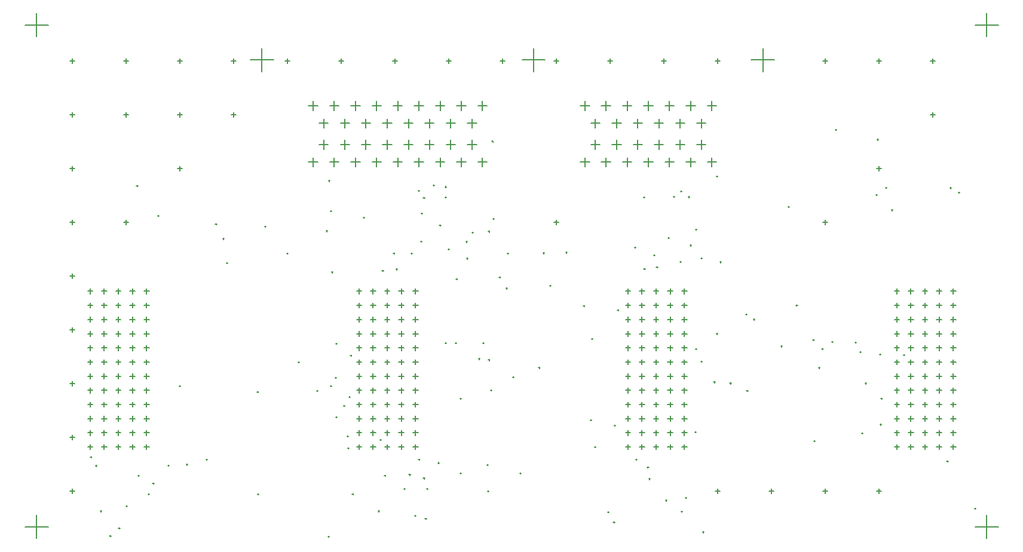
<source format=gbr>
%FSTAX23Y23*%
%MOIN*%
%SFA1B1*%

%IPPOS*%
%ADD11C,0.005000*%
%LNbackplane_drillmap_1-1*%
%LPD*%
G54D11*
X03842Y0245D02*
X03893D01*
X03868Y02424D02*
Y02475D01*
X03724Y0245D02*
X03775D01*
X0375Y02424D02*
Y02475D01*
X03606Y0245D02*
X03657D01*
X03631Y02424D02*
Y02475D01*
X03488Y0245D02*
X03539D01*
X03513Y02424D02*
Y02475D01*
X0337Y0245D02*
X03421D01*
X03395Y02424D02*
Y02475D01*
X03251Y0245D02*
X03303D01*
X03277Y02424D02*
Y02475D01*
X03133Y0245D02*
X03185D01*
X03159Y02424D02*
Y02475D01*
X03783Y02351D02*
X03834D01*
X03809Y02325D02*
Y02377D01*
X03665Y02351D02*
X03716D01*
X0369Y02325D02*
Y02377D01*
X03547Y02351D02*
X03598D01*
X03572Y02325D02*
Y02377D01*
X03429Y02351D02*
X0348D01*
X03454Y02325D02*
Y02377D01*
X03311Y02351D02*
X03362D01*
X03336Y02325D02*
Y02377D01*
X03192Y02351D02*
X03244D01*
X03218Y02325D02*
Y02377D01*
X03783Y02233D02*
X03834D01*
X03809Y02207D02*
Y02259D01*
X03665Y02233D02*
X03716D01*
X0369Y02207D02*
Y02259D01*
X03547Y02233D02*
X03598D01*
X03572Y02207D02*
Y02259D01*
X03429Y02233D02*
X0348D01*
X03454Y02207D02*
Y02259D01*
X03311Y02233D02*
X03362D01*
X03336Y02207D02*
Y02259D01*
X03192Y02233D02*
X03244D01*
X03218Y02207D02*
Y02259D01*
X03842Y02135D02*
X03893D01*
X03868Y02109D02*
Y0216D01*
X03724Y02135D02*
X03775D01*
X0375Y02109D02*
Y0216D01*
X03606Y02135D02*
X03657D01*
X03631Y02109D02*
Y0216D01*
X03488Y02135D02*
X03539D01*
X03513Y02109D02*
Y0216D01*
X0337Y02135D02*
X03421D01*
X03395Y02109D02*
Y0216D01*
X03251Y02135D02*
X03303D01*
X03277Y02109D02*
Y0216D01*
X03133Y02135D02*
X03185D01*
X03159Y02109D02*
Y0216D01*
X02562Y0245D02*
X02614D01*
X02588Y02424D02*
Y02475D01*
X02444Y0245D02*
X02496D01*
X0247Y02424D02*
Y02475D01*
X02326Y0245D02*
X02377D01*
X02352Y02424D02*
Y02475D01*
X02208Y0245D02*
X02259D01*
X02234Y02424D02*
Y02475D01*
X0209Y0245D02*
X02141D01*
X02116Y02424D02*
Y02475D01*
X01972Y0245D02*
X02023D01*
X01998Y02424D02*
Y02475D01*
X01854Y0245D02*
X01905D01*
X01879Y02424D02*
Y02475D01*
X01736Y0245D02*
X01787D01*
X01761Y02424D02*
Y02475D01*
X01618Y0245D02*
X01669D01*
X01643Y02424D02*
Y02475D01*
X02503Y02351D02*
X02555D01*
X02529Y02325D02*
Y02377D01*
X02385Y02351D02*
X02437D01*
X02411Y02325D02*
Y02377D01*
X02267Y02351D02*
X02318D01*
X02293Y02325D02*
Y02377D01*
X02149Y02351D02*
X022D01*
X02175Y02325D02*
Y02377D01*
X02031Y02351D02*
X02082D01*
X02057Y02325D02*
Y02377D01*
X01913Y02351D02*
X01964D01*
X01938Y02325D02*
Y02377D01*
X01795Y02351D02*
X01846D01*
X0182Y02325D02*
Y02377D01*
X01677Y02351D02*
X01728D01*
X01702Y02325D02*
Y02377D01*
X02503Y02233D02*
X02555D01*
X02529Y02207D02*
Y02259D01*
X02385Y02233D02*
X02437D01*
X02411Y02207D02*
Y02259D01*
X02267Y02233D02*
X02318D01*
X02293Y02207D02*
Y02259D01*
X02149Y02233D02*
X022D01*
X02175Y02207D02*
Y02259D01*
X02031Y02233D02*
X02082D01*
X02057Y02207D02*
Y02259D01*
X01913Y02233D02*
X01964D01*
X01938Y02207D02*
Y02259D01*
X01795Y02233D02*
X01846D01*
X0182Y02207D02*
Y02259D01*
X01677Y02233D02*
X01728D01*
X01702Y02207D02*
Y02259D01*
X02562Y02135D02*
X02614D01*
X02588Y02109D02*
Y0216D01*
X02444Y02135D02*
X02496D01*
X0247Y02109D02*
Y0216D01*
X02326Y02135D02*
X02377D01*
X02352Y02109D02*
Y0216D01*
X02208Y02135D02*
X02259D01*
X02234Y02109D02*
Y0216D01*
X0209Y02135D02*
X02141D01*
X02116Y02109D02*
Y0216D01*
X01972Y02135D02*
X02023D01*
X01998Y02109D02*
Y0216D01*
X01854Y02135D02*
X01905D01*
X01879Y02109D02*
Y0216D01*
X01736Y02135D02*
X01787D01*
X01761Y02109D02*
Y0216D01*
X01618Y02135D02*
X01669D01*
X01643Y02109D02*
Y0216D01*
X04088Y02705D02*
X04218D01*
X04153Y0264D02*
Y0277D01*
X01293Y02705D02*
X01423D01*
X01358Y0264D02*
Y0277D01*
X02809Y02705D02*
X02938D01*
X02874Y0264D02*
Y0277D01*
X00035Y029D02*
X00165D01*
X001Y02835D02*
Y02965D01*
X05335Y001D02*
X05465D01*
X054Y00035D02*
Y00165D01*
X05335Y029D02*
X05465D01*
X054Y02835D02*
Y02965D01*
X00035Y001D02*
X00165D01*
X001Y00035D02*
Y00165D01*
X00543Y00545D02*
X00571D01*
X00557Y00531D02*
Y0056D01*
X00543Y00625D02*
X00571D01*
X00557Y0061D02*
Y00639D01*
X00543Y00704D02*
X00571D01*
X00557Y00689D02*
Y00718D01*
X00543Y00782D02*
X00571D01*
X00557Y00768D02*
Y00797D01*
X00543Y00862D02*
X00571D01*
X00557Y00847D02*
Y00876D01*
X00543Y0094D02*
X00571D01*
X00557Y00926D02*
Y00955D01*
X00543Y0102D02*
X00571D01*
X00557Y01005D02*
Y01034D01*
X00543Y01099D02*
X00571D01*
X00557Y01084D02*
Y01113D01*
X00543Y01177D02*
X00571D01*
X00557Y01163D02*
Y01192D01*
X00543Y01257D02*
X00571D01*
X00557Y01242D02*
Y01271D01*
X00543Y01335D02*
X00571D01*
X00557Y01321D02*
Y0135D01*
X00464Y00545D02*
X00493D01*
X00478Y00531D02*
Y0056D01*
X00464Y00625D02*
X00493D01*
X00478Y0061D02*
Y00639D01*
X00464Y00704D02*
X00493D01*
X00478Y00689D02*
Y00718D01*
X00464Y00782D02*
X00493D01*
X00478Y00768D02*
Y00797D01*
X00464Y00862D02*
X00493D01*
X00478Y00847D02*
Y00876D01*
X00464Y0094D02*
X00493D01*
X00478Y00926D02*
Y00955D01*
X00464Y0102D02*
X00493D01*
X00478Y01005D02*
Y01034D01*
X00464Y01099D02*
X00493D01*
X00478Y01084D02*
Y01113D01*
X00464Y01177D02*
X00493D01*
X00478Y01163D02*
Y01192D01*
X00464Y01257D02*
X00493D01*
X00478Y01242D02*
Y01271D01*
X00464Y01335D02*
X00493D01*
X00478Y01321D02*
Y0135D01*
X00464Y01415D02*
X00493D01*
X00478Y014D02*
Y01429D01*
X00385Y00545D02*
X00414D01*
X004Y00531D02*
Y0056D01*
X00385Y00625D02*
X00414D01*
X004Y0061D02*
Y00639D01*
X00385Y00704D02*
X00414D01*
X004Y00689D02*
Y00718D01*
X00385Y00782D02*
X00414D01*
X004Y00768D02*
Y00797D01*
X00385Y00862D02*
X00414D01*
X004Y00847D02*
Y00876D01*
X00385Y0094D02*
X00414D01*
X004Y00926D02*
Y00955D01*
X00385Y0102D02*
X00414D01*
X004Y01005D02*
Y01034D01*
X00385Y01099D02*
X00414D01*
X004Y01084D02*
Y01113D01*
X00385Y01177D02*
X00414D01*
X004Y01163D02*
Y01192D01*
X00385Y01257D02*
X00414D01*
X004Y01242D02*
Y01271D01*
X00385Y01335D02*
X00414D01*
X004Y01321D02*
Y0135D01*
X00385Y01415D02*
X00414D01*
X004Y014D02*
Y01429D01*
X00543Y01415D02*
X00571D01*
X00557Y014D02*
Y01429D01*
X00621Y01415D02*
X0065D01*
X00636Y014D02*
Y01429D01*
X00621Y0094D02*
X0065D01*
X00636Y00926D02*
Y00955D01*
X00621Y00862D02*
X0065D01*
X00636Y00847D02*
Y00876D01*
X00621Y00782D02*
X0065D01*
X00636Y00768D02*
Y00797D01*
X00621Y00704D02*
X0065D01*
X00636Y00689D02*
Y00718D01*
X00621Y00625D02*
X0065D01*
X00636Y0061D02*
Y00639D01*
X00621Y00545D02*
X0065D01*
X00636Y00531D02*
Y0056D01*
X00621Y0102D02*
X0065D01*
X00636Y01005D02*
Y01034D01*
X00621Y01099D02*
X0065D01*
X00636Y01084D02*
Y01113D01*
X00621Y01177D02*
X0065D01*
X00636Y01163D02*
Y01192D01*
X00621Y01257D02*
X0065D01*
X00636Y01242D02*
Y01271D01*
X00621Y01335D02*
X0065D01*
X00636Y01321D02*
Y0135D01*
X007Y01415D02*
X00729D01*
X00714Y014D02*
Y01429D01*
X007Y0094D02*
X00729D01*
X00714Y00926D02*
Y00955D01*
X007Y00862D02*
X00729D01*
X00714Y00847D02*
Y00876D01*
X007Y00782D02*
X00729D01*
X00714Y00768D02*
Y00797D01*
X007Y00704D02*
X00729D01*
X00714Y00689D02*
Y00718D01*
X007Y00625D02*
X00729D01*
X00714Y0061D02*
Y00639D01*
X007Y00545D02*
X00729D01*
X00714Y00531D02*
Y0056D01*
X007Y0102D02*
X00729D01*
X00714Y01005D02*
Y01034D01*
X007Y01099D02*
X00729D01*
X00714Y01084D02*
Y01113D01*
X007Y01177D02*
X00729D01*
X00714Y01163D02*
Y01192D01*
X007Y01257D02*
X00729D01*
X00714Y01242D02*
Y01271D01*
X007Y01335D02*
X00729D01*
X00714Y01321D02*
Y0135D01*
X04885Y01415D02*
X04914D01*
X049Y014D02*
Y01429D01*
X04885Y01335D02*
X04914D01*
X049Y01321D02*
Y0135D01*
X04885Y01257D02*
X04914D01*
X049Y01242D02*
Y01271D01*
X04885Y01177D02*
X04914D01*
X049Y01163D02*
Y01192D01*
X04885Y01099D02*
X04914D01*
X049Y01084D02*
Y01113D01*
X04885Y0102D02*
X04914D01*
X049Y01005D02*
Y01034D01*
X04885Y0094D02*
X04914D01*
X049Y00926D02*
Y00955D01*
X04885Y00862D02*
X04914D01*
X049Y00847D02*
Y00876D01*
X04885Y00782D02*
X04914D01*
X049Y00768D02*
Y00797D01*
X04885Y00704D02*
X04914D01*
X049Y00689D02*
Y00718D01*
X04964Y01415D02*
X04993D01*
X04978Y014D02*
Y01429D01*
X04964Y01335D02*
X04993D01*
X04978Y01321D02*
Y0135D01*
X04964Y01257D02*
X04993D01*
X04978Y01242D02*
Y01271D01*
X04964Y01177D02*
X04993D01*
X04978Y01163D02*
Y01192D01*
X04964Y01099D02*
X04993D01*
X04978Y01084D02*
Y01113D01*
X04964Y0102D02*
X04993D01*
X04978Y01005D02*
Y01034D01*
X04964Y0094D02*
X04993D01*
X04978Y00926D02*
Y00955D01*
X04964Y00862D02*
X04993D01*
X04978Y00847D02*
Y00876D01*
X04964Y00782D02*
X04993D01*
X04978Y00768D02*
Y00797D01*
X04964Y00704D02*
X04993D01*
X04978Y00689D02*
Y00718D01*
X05043Y01415D02*
X05071D01*
X05057Y014D02*
Y01429D01*
X05043Y01335D02*
X05071D01*
X05057Y01321D02*
Y0135D01*
X05043Y01257D02*
X05071D01*
X05057Y01242D02*
Y01271D01*
X05043Y01177D02*
X05071D01*
X05057Y01163D02*
Y01192D01*
X05043Y01099D02*
X05071D01*
X05057Y01084D02*
Y01113D01*
X05043Y0102D02*
X05071D01*
X05057Y01005D02*
Y01034D01*
X05043Y0094D02*
X05071D01*
X05057Y00926D02*
Y00955D01*
X05043Y00862D02*
X05071D01*
X05057Y00847D02*
Y00876D01*
X05043Y00782D02*
X05071D01*
X05057Y00768D02*
Y00797D01*
X05043Y00704D02*
X05071D01*
X05057Y00689D02*
Y00718D01*
X05043Y00625D02*
X05071D01*
X05057Y0061D02*
Y00639D01*
X05121Y01415D02*
X0515D01*
X05136Y014D02*
Y01429D01*
X05121Y01335D02*
X0515D01*
X05136Y01321D02*
Y0135D01*
X05121Y01257D02*
X0515D01*
X05136Y01242D02*
Y01271D01*
X05121Y01177D02*
X0515D01*
X05136Y01163D02*
Y01192D01*
X05121Y01099D02*
X0515D01*
X05136Y01084D02*
Y01113D01*
X05121Y0102D02*
X0515D01*
X05136Y01005D02*
Y01034D01*
X05121Y00704D02*
X0515D01*
X05136Y00689D02*
Y00718D01*
X05121Y00625D02*
X0515D01*
X05136Y0061D02*
Y00639D01*
X05121Y00545D02*
X0515D01*
X05136Y00531D02*
Y0056D01*
X052Y01415D02*
X05229D01*
X05214Y014D02*
Y01429D01*
X052Y01335D02*
X05229D01*
X05214Y01321D02*
Y0135D01*
X052Y01257D02*
X05229D01*
X05214Y01242D02*
Y01271D01*
X052Y01177D02*
X05229D01*
X05214Y01163D02*
Y01192D01*
X052Y01099D02*
X05229D01*
X05214Y01084D02*
Y01113D01*
X052Y0102D02*
X05229D01*
X05214Y01005D02*
Y01034D01*
X052Y0094D02*
X05229D01*
X05214Y00926D02*
Y00955D01*
X052Y00862D02*
X05229D01*
X05214Y00847D02*
Y00876D01*
X052Y00545D02*
X05229D01*
X05214Y00531D02*
Y0056D01*
X052Y00625D02*
X05229D01*
X05214Y0061D02*
Y00639D01*
X052Y00704D02*
X05229D01*
X05214Y00689D02*
Y00718D01*
X052Y00782D02*
X05229D01*
X05214Y00768D02*
Y00797D01*
X05121Y00782D02*
X0515D01*
X05136Y00768D02*
Y00797D01*
X05121Y00862D02*
X0515D01*
X05136Y00847D02*
Y00876D01*
X05121Y0094D02*
X0515D01*
X05136Y00926D02*
Y00955D01*
X05043Y00545D02*
X05071D01*
X05057Y00531D02*
Y0056D01*
X04964Y00545D02*
X04993D01*
X04978Y00531D02*
Y0056D01*
X04964Y00625D02*
X04993D01*
X04978Y0061D02*
Y00639D01*
X04885Y00545D02*
X04914D01*
X049Y00531D02*
Y0056D01*
X04885Y00625D02*
X04914D01*
X049Y0061D02*
Y00639D01*
X01885Y00625D02*
X01914D01*
X019Y0061D02*
Y00639D01*
X01885Y00545D02*
X01914D01*
X019Y00531D02*
Y0056D01*
X01964Y00625D02*
X01993D01*
X01978Y0061D02*
Y00639D01*
X01964Y00545D02*
X01993D01*
X01978Y00531D02*
Y0056D01*
X02043Y00545D02*
X02071D01*
X02057Y00531D02*
Y0056D01*
X02121Y0094D02*
X0215D01*
X02136Y00926D02*
Y00955D01*
X02121Y00862D02*
X0215D01*
X02136Y00847D02*
Y00876D01*
X02121Y00782D02*
X0215D01*
X02136Y00768D02*
Y00797D01*
X022Y00782D02*
X02229D01*
X02214Y00768D02*
Y00797D01*
X022Y00704D02*
X02229D01*
X02214Y00689D02*
Y00718D01*
X022Y00625D02*
X02229D01*
X02214Y0061D02*
Y00639D01*
X022Y00545D02*
X02229D01*
X02214Y00531D02*
Y0056D01*
X022Y00862D02*
X02229D01*
X02214Y00847D02*
Y00876D01*
X022Y0094D02*
X02229D01*
X02214Y00926D02*
Y00955D01*
X022Y0102D02*
X02229D01*
X02214Y01005D02*
Y01034D01*
X022Y01099D02*
X02229D01*
X02214Y01084D02*
Y01113D01*
X022Y01177D02*
X02229D01*
X02214Y01163D02*
Y01192D01*
X022Y01257D02*
X02229D01*
X02214Y01242D02*
Y01271D01*
X022Y01335D02*
X02229D01*
X02214Y01321D02*
Y0135D01*
X022Y01415D02*
X02229D01*
X02214Y014D02*
Y01429D01*
X02121Y00545D02*
X0215D01*
X02136Y00531D02*
Y0056D01*
X02121Y00625D02*
X0215D01*
X02136Y0061D02*
Y00639D01*
X02121Y00704D02*
X0215D01*
X02136Y00689D02*
Y00718D01*
X02121Y0102D02*
X0215D01*
X02136Y01005D02*
Y01034D01*
X02121Y01099D02*
X0215D01*
X02136Y01084D02*
Y01113D01*
X02121Y01177D02*
X0215D01*
X02136Y01163D02*
Y01192D01*
X02121Y01257D02*
X0215D01*
X02136Y01242D02*
Y01271D01*
X02121Y01335D02*
X0215D01*
X02136Y01321D02*
Y0135D01*
X02121Y01415D02*
X0215D01*
X02136Y014D02*
Y01429D01*
X02043Y00625D02*
X02071D01*
X02057Y0061D02*
Y00639D01*
X02043Y00704D02*
X02071D01*
X02057Y00689D02*
Y00718D01*
X02043Y00782D02*
X02071D01*
X02057Y00768D02*
Y00797D01*
X02043Y00862D02*
X02071D01*
X02057Y00847D02*
Y00876D01*
X02043Y0094D02*
X02071D01*
X02057Y00926D02*
Y00955D01*
X02043Y0102D02*
X02071D01*
X02057Y01005D02*
Y01034D01*
X02043Y01099D02*
X02071D01*
X02057Y01084D02*
Y01113D01*
X02043Y01177D02*
X02071D01*
X02057Y01163D02*
Y01192D01*
X02043Y01257D02*
X02071D01*
X02057Y01242D02*
Y01271D01*
X02043Y01335D02*
X02071D01*
X02057Y01321D02*
Y0135D01*
X02043Y01415D02*
X02071D01*
X02057Y014D02*
Y01429D01*
X01964Y00704D02*
X01993D01*
X01978Y00689D02*
Y00718D01*
X01964Y00782D02*
X01993D01*
X01978Y00768D02*
Y00797D01*
X01964Y00862D02*
X01993D01*
X01978Y00847D02*
Y00876D01*
X01964Y0094D02*
X01993D01*
X01978Y00926D02*
Y00955D01*
X01964Y0102D02*
X01993D01*
X01978Y01005D02*
Y01034D01*
X01964Y01099D02*
X01993D01*
X01978Y01084D02*
Y01113D01*
X01964Y01177D02*
X01993D01*
X01978Y01163D02*
Y01192D01*
X01964Y01257D02*
X01993D01*
X01978Y01242D02*
Y01271D01*
X01964Y01335D02*
X01993D01*
X01978Y01321D02*
Y0135D01*
X01964Y01415D02*
X01993D01*
X01978Y014D02*
Y01429D01*
X01885Y00704D02*
X01914D01*
X019Y00689D02*
Y00718D01*
X01885Y00782D02*
X01914D01*
X019Y00768D02*
Y00797D01*
X01885Y00862D02*
X01914D01*
X019Y00847D02*
Y00876D01*
X01885Y0094D02*
X01914D01*
X019Y00926D02*
Y00955D01*
X01885Y0102D02*
X01914D01*
X019Y01005D02*
Y01034D01*
X01885Y01099D02*
X01914D01*
X019Y01084D02*
Y01113D01*
X01885Y01177D02*
X01914D01*
X019Y01163D02*
Y01192D01*
X01885Y01257D02*
X01914D01*
X019Y01242D02*
Y01271D01*
X01885Y01335D02*
X01914D01*
X019Y01321D02*
Y0135D01*
X01885Y01415D02*
X01914D01*
X019Y014D02*
Y01429D01*
X03385Y01415D02*
X03414D01*
X034Y014D02*
Y01429D01*
X03385Y01335D02*
X03414D01*
X034Y01321D02*
Y0135D01*
X03385Y01257D02*
X03414D01*
X034Y01242D02*
Y01271D01*
X03385Y01177D02*
X03414D01*
X034Y01163D02*
Y01192D01*
X03385Y01099D02*
X03414D01*
X034Y01084D02*
Y01113D01*
X03385Y0102D02*
X03414D01*
X034Y01005D02*
Y01034D01*
X03385Y0094D02*
X03414D01*
X034Y00926D02*
Y00955D01*
X03385Y00862D02*
X03414D01*
X034Y00847D02*
Y00876D01*
X03385Y00782D02*
X03414D01*
X034Y00768D02*
Y00797D01*
X03385Y00704D02*
X03414D01*
X034Y00689D02*
Y00718D01*
X03464Y01415D02*
X03493D01*
X03478Y014D02*
Y01429D01*
X03464Y01335D02*
X03493D01*
X03478Y01321D02*
Y0135D01*
X03464Y01257D02*
X03493D01*
X03478Y01242D02*
Y01271D01*
X03464Y01177D02*
X03493D01*
X03478Y01163D02*
Y01192D01*
X03464Y01099D02*
X03493D01*
X03478Y01084D02*
Y01113D01*
X03464Y0102D02*
X03493D01*
X03478Y01005D02*
Y01034D01*
X03464Y0094D02*
X03493D01*
X03478Y00926D02*
Y00955D01*
X03464Y00862D02*
X03493D01*
X03478Y00847D02*
Y00876D01*
X03464Y00782D02*
X03493D01*
X03478Y00768D02*
Y00797D01*
X03464Y00704D02*
X03493D01*
X03478Y00689D02*
Y00718D01*
X03543Y01415D02*
X03571D01*
X03557Y014D02*
Y01429D01*
X03543Y01335D02*
X03571D01*
X03557Y01321D02*
Y0135D01*
X03543Y01257D02*
X03571D01*
X03557Y01242D02*
Y01271D01*
X03543Y01177D02*
X03571D01*
X03557Y01163D02*
Y01192D01*
X03543Y01099D02*
X03571D01*
X03557Y01084D02*
Y01113D01*
X03543Y0102D02*
X03571D01*
X03557Y01005D02*
Y01034D01*
X03543Y0094D02*
X03571D01*
X03557Y00926D02*
Y00955D01*
X03543Y00862D02*
X03571D01*
X03557Y00847D02*
Y00876D01*
X03543Y00782D02*
X03571D01*
X03557Y00768D02*
Y00797D01*
X03543Y00704D02*
X03571D01*
X03557Y00689D02*
Y00718D01*
X03543Y00625D02*
X03571D01*
X03557Y0061D02*
Y00639D01*
X03621Y01415D02*
X0365D01*
X03636Y014D02*
Y01429D01*
X03621Y01335D02*
X0365D01*
X03636Y01321D02*
Y0135D01*
X03621Y01257D02*
X0365D01*
X03636Y01242D02*
Y01271D01*
X03621Y01177D02*
X0365D01*
X03636Y01163D02*
Y01192D01*
X03621Y01099D02*
X0365D01*
X03636Y01084D02*
Y01113D01*
X03621Y0102D02*
X0365D01*
X03636Y01005D02*
Y01034D01*
X03621Y00704D02*
X0365D01*
X03636Y00689D02*
Y00718D01*
X03621Y00625D02*
X0365D01*
X03636Y0061D02*
Y00639D01*
X03621Y00545D02*
X0365D01*
X03636Y00531D02*
Y0056D01*
X037Y01415D02*
X03729D01*
X03714Y014D02*
Y01429D01*
X037Y01335D02*
X03729D01*
X03714Y01321D02*
Y0135D01*
X037Y01257D02*
X03729D01*
X03714Y01242D02*
Y01271D01*
X037Y01177D02*
X03729D01*
X03714Y01163D02*
Y01192D01*
X037Y01099D02*
X03729D01*
X03714Y01084D02*
Y01113D01*
X037Y0102D02*
X03729D01*
X03714Y01005D02*
Y01034D01*
X037Y0094D02*
X03729D01*
X03714Y00926D02*
Y00955D01*
X037Y00862D02*
X03729D01*
X03714Y00847D02*
Y00876D01*
X037Y00545D02*
X03729D01*
X03714Y00531D02*
Y0056D01*
X037Y00625D02*
X03729D01*
X03714Y0061D02*
Y00639D01*
X037Y00704D02*
X03729D01*
X03714Y00689D02*
Y00718D01*
X037Y00782D02*
X03729D01*
X03714Y00768D02*
Y00797D01*
X03621Y00782D02*
X0365D01*
X03636Y00768D02*
Y00797D01*
X03621Y00862D02*
X0365D01*
X03636Y00847D02*
Y00876D01*
X03621Y0094D02*
X0365D01*
X03636Y00926D02*
Y00955D01*
X03543Y00545D02*
X03571D01*
X03557Y00531D02*
Y0056D01*
X03464Y00545D02*
X03493D01*
X03478Y00531D02*
Y0056D01*
X03464Y00625D02*
X03493D01*
X03478Y0061D02*
Y00639D01*
X03385Y00545D02*
X03414D01*
X034Y00531D02*
Y0056D01*
X03385Y00625D02*
X03414D01*
X034Y0061D02*
Y00639D01*
X05086Y027D02*
X05114D01*
X051Y02686D02*
Y02714D01*
X05086Y024D02*
X05114D01*
X051Y02386D02*
Y02414D01*
X04786Y027D02*
X04814D01*
X048Y02686D02*
Y02714D01*
X04786Y021D02*
X04814D01*
X048Y02086D02*
Y02114D01*
X04786Y003D02*
X04814D01*
X048Y00286D02*
Y00314D01*
X04486Y027D02*
X04514D01*
X045Y02686D02*
Y02714D01*
X04486Y018D02*
X04514D01*
X045Y01786D02*
Y01814D01*
X04486Y003D02*
X04514D01*
X045Y00286D02*
Y00314D01*
X04186Y003D02*
X04214D01*
X042Y00286D02*
Y00314D01*
X03886Y027D02*
X03914D01*
X039Y02686D02*
Y02714D01*
X03886Y003D02*
X03914D01*
X039Y00286D02*
Y00314D01*
X03586Y027D02*
X03614D01*
X036Y02686D02*
Y02714D01*
X03286Y027D02*
X03314D01*
X033Y02686D02*
Y02714D01*
X02986Y027D02*
X03014D01*
X03Y02686D02*
Y02714D01*
X02986Y018D02*
X03014D01*
X03Y01786D02*
Y01814D01*
X02686Y027D02*
X02714D01*
X027Y02686D02*
Y02714D01*
X02386Y027D02*
X02414D01*
X024Y02686D02*
Y02714D01*
X02086Y027D02*
X02114D01*
X021Y02686D02*
Y02714D01*
X01786Y027D02*
X01814D01*
X018Y02686D02*
Y02714D01*
X01486Y027D02*
X01514D01*
X015Y02686D02*
Y02714D01*
X01186Y027D02*
X01214D01*
X012Y02686D02*
Y02714D01*
X01186Y024D02*
X01214D01*
X012Y02386D02*
Y02414D01*
X00886Y027D02*
X00914D01*
X009Y02686D02*
Y02714D01*
X00886Y024D02*
X00914D01*
X009Y02386D02*
Y02414D01*
X00886Y021D02*
X00914D01*
X009Y02086D02*
Y02114D01*
X00586Y027D02*
X00614D01*
X006Y02686D02*
Y02714D01*
X00586Y024D02*
X00614D01*
X006Y02386D02*
Y02414D01*
X00586Y018D02*
X00614D01*
X006Y01786D02*
Y01814D01*
X00286Y027D02*
X00314D01*
X003Y02686D02*
Y02714D01*
X00286Y024D02*
X00314D01*
X003Y02386D02*
Y02414D01*
X00286Y021D02*
X00314D01*
X003Y02086D02*
Y02114D01*
X00286Y018D02*
X00314D01*
X003Y01786D02*
Y01814D01*
X00286Y015D02*
X00314D01*
X003Y01486D02*
Y01514D01*
X00286Y012D02*
X00314D01*
X003Y01186D02*
Y01214D01*
X00286Y009D02*
X00314D01*
X003Y00886D02*
Y00914D01*
X00286Y006D02*
X00314D01*
X003Y00586D02*
Y00614D01*
X00286Y003D02*
X00314D01*
X003Y00286D02*
Y00314D01*
X00658Y02003D02*
X00665D01*
X00662Y01999D02*
Y02007D01*
X04936Y0106D02*
X04943D01*
X0494Y01056D02*
Y01063D01*
X03341Y0131D02*
X03348D01*
X03345Y01306D02*
Y01313D01*
X01851Y01055D02*
X01858D01*
X01855Y01051D02*
Y01058D01*
X02016Y00585D02*
X02023D01*
X0202Y00581D02*
Y00588D01*
X02616Y003D02*
X02623D01*
X0262Y00296D02*
Y00303D01*
X01836Y0054D02*
X01843D01*
X0184Y00536D02*
Y00543D01*
X02348Y01784D02*
X02355D01*
X02352Y0178D02*
Y01787D01*
X02246Y0185D02*
X02253D01*
X0225Y01846D02*
Y01853D01*
X03196Y0115D02*
X03203D01*
X032Y01146D02*
Y01153D01*
X02632Y00862D02*
X02639D01*
X02636Y00858D02*
Y00865D01*
X04436Y00579D02*
X04443D01*
X0444Y00575D02*
Y00582D01*
X0177Y00712D02*
X01777D01*
X01774Y00708D02*
Y00715D01*
X02962Y01447D02*
X02969D01*
X02966Y01443D02*
Y0145D01*
X04805Y00671D02*
X04812D01*
X04809Y00667D02*
Y00674D01*
X03774Y0063D02*
X03781D01*
X03778Y00626D02*
Y00633D01*
X03914Y01578D02*
X03921D01*
X03918Y01574D02*
Y01581D01*
X02926Y01628D02*
X02933D01*
X0293Y01624D02*
Y01632D01*
X02901Y00988D02*
X02908D01*
X02905Y00984D02*
Y00991D01*
X03737Y01941D02*
X03744D01*
X03741Y01937D02*
Y01944D01*
X03653Y01942D02*
X0366D01*
X03657Y01938D02*
Y01945D01*
X01814Y00776D02*
X01821D01*
X01818Y00772D02*
Y00779D01*
X02681Y01494D02*
X02688D01*
X02685Y0149D02*
Y01497D01*
X01745Y01521D02*
X01752D01*
X01749Y01517D02*
Y01524D01*
X01662Y00859D02*
X01669D01*
X01665Y00855D02*
Y00863D01*
X05332Y00203D02*
X05339D01*
X05336Y00199D02*
Y00206D01*
X04837Y01993D02*
X04844D01*
X04841Y01989D02*
Y01996D01*
X0177Y01123D02*
X01777D01*
X01774Y01119D02*
Y01126D01*
X00776Y01836D02*
X00783D01*
X0078Y01832D02*
Y01839D01*
X0215Y00314D02*
X02157D01*
X02154Y0031D02*
Y00317D01*
X01047Y00475D02*
X01054D01*
X01051Y00471D02*
Y00478D01*
X02006Y00188D02*
X02013D01*
X0201Y00184D02*
Y00191D01*
X00429Y00441D02*
X00436D01*
X00432Y00437D02*
Y00444D01*
X04724Y00901D02*
X04731D01*
X04728Y00897D02*
Y00904D01*
X03558Y0155D02*
X03566D01*
X03562Y01546D02*
Y01554D01*
X0114Y01708D02*
X01147D01*
X01144Y01704D02*
Y01711D01*
X02244Y01694D02*
X02251D01*
X02248Y0169D02*
Y01697D01*
X02646Y01819D02*
X02653D01*
X0265Y01815D02*
Y01822D01*
X02463Y00816D02*
X0247D01*
X02467Y00812D02*
Y00819D01*
X0319Y00696D02*
X03197D01*
X03194Y00692D02*
Y00699D01*
X01861Y00282D02*
X01868D01*
X01865Y00278D02*
Y00285D01*
X00724Y00282D02*
X00731D01*
X00728Y00278D02*
Y00285D01*
X01334Y00282D02*
X01341D01*
X01338Y00278D02*
Y00285D01*
X02614Y00446D02*
X02621D01*
X02618Y00442D02*
Y00449D01*
X00937Y00448D02*
X00944D01*
X00941Y00444D02*
Y00452D01*
X03805Y01599D02*
X03812D01*
X03809Y01595D02*
Y01602D01*
X03052Y01631D02*
X03059D01*
X03056Y01627D02*
Y01634D01*
X02755Y00935D02*
X02762D01*
X02759Y00931D02*
Y00938D01*
X03805Y01024D02*
X03812D01*
X03809Y0102D02*
Y01027D01*
X04803Y01063D02*
X0481D01*
X04807Y01059D02*
Y01066D01*
X01834Y00607D02*
X01841D01*
X01838Y00603D02*
Y0061D01*
X03443Y00475D02*
X03451D01*
X03447Y00471D02*
Y00478D01*
X0372Y00264D02*
X03727D01*
X03724Y0026D02*
Y00267D01*
X00457Y00188D02*
X00464D01*
X00461Y00184D02*
Y00191D01*
X03285Y00182D02*
X03292D01*
X03289Y00178D02*
Y00185D01*
X00401Y00489D02*
X00408D01*
X00405Y00485D02*
Y00492D01*
X03214Y00546D02*
X03221D01*
X03218Y00542D02*
Y00549D01*
X04061Y0086D02*
X04069D01*
X04065Y00856D02*
Y00864D01*
X05178Y00467D02*
X05185D01*
X05182Y00463D02*
Y0047D01*
X01331Y00853D02*
X01338D01*
X01335Y00849D02*
Y00856D01*
X03696Y00185D02*
X03703D01*
X037Y00181D02*
Y00188D01*
X02258Y00371D02*
X02266D01*
X02262Y00367D02*
Y00375D01*
X00748Y00344D02*
X00755D01*
X00752Y0034D02*
Y00347D01*
X04464Y00988D02*
X04471D01*
X04468Y00984D02*
Y00991D01*
X02621Y01031D02*
X02628D01*
X02625Y01027D02*
Y01035D01*
X02621Y01748D02*
X02628D01*
X02625Y01744D02*
Y01751D01*
X0156Y0102D02*
X01568D01*
X01564Y01016D02*
Y01023D01*
X01717Y01751D02*
X01724D01*
X01721Y01747D02*
Y01754D01*
X03746Y01671D02*
X03753D01*
X0375Y01667D02*
Y01674D01*
X05197Y01991D02*
X05204D01*
X05201Y01987D02*
Y01994D01*
X03622Y01714D02*
X03629D01*
X03626Y0171D02*
Y01717D01*
X02497Y01691D02*
X02504D01*
X02501Y01687D02*
Y01694D01*
X04254Y01108D02*
X04261D01*
X04258Y01104D02*
Y01111D01*
X0173Y02031D02*
X01737D01*
X01734Y02027D02*
Y02034D01*
X02379Y01997D02*
X02386D01*
X02383Y01993D02*
Y02001D01*
X03487Y01939D02*
X03494D01*
X03491Y01935D02*
Y01942D01*
X02379Y01939D02*
X02386D01*
X02383Y01935D02*
Y01942D01*
X03892Y02057D02*
X03899D01*
X03896Y02053D02*
Y0206D01*
X03892Y01178D02*
X03899D01*
X03896Y01174D02*
Y01181D01*
X04536Y01133D02*
X04543D01*
X0454Y01129D02*
Y01136D01*
X01159Y01573D02*
X01166D01*
X01163Y01569D02*
Y01576D01*
X0219Y01625D02*
X02197D01*
X02194Y01621D02*
Y01628D01*
X05244Y01965D02*
X05251D01*
X05248Y01961D02*
Y01968D01*
X04783Y01954D02*
X0479D01*
X04787Y0195D02*
Y01957D01*
X041Y01258D02*
X04107D01*
X04104Y01254D02*
Y01261D01*
X03151Y01334D02*
X03158D01*
X03155Y0133D02*
Y01337D01*
X04338Y01335D02*
X04345D01*
X04341Y01332D02*
Y01339D01*
X0487Y01868D02*
X04877D01*
X04874Y01864D02*
Y01871D01*
X01739Y00887D02*
X01746D01*
X01743Y00883D02*
Y0089D01*
X00897Y00887D02*
X00904D01*
X00901Y00883D02*
Y0089D01*
X03318Y00126D02*
X03325D01*
X03322Y00122D02*
Y00129D01*
X04702Y00624D02*
X04709D01*
X04706Y0062D02*
Y00627D01*
X02041Y00386D02*
X02048D01*
X02045Y00382D02*
Y00389D01*
X00665Y00386D02*
X00673D01*
X00669Y00382D02*
Y00389D01*
X0234Y00457D02*
X02348D01*
X02344Y00453D02*
Y00461D01*
X00833Y00444D02*
X0084D01*
X00837Y0044D02*
Y00447D01*
X03777Y01094D02*
X03784D01*
X03781Y0109D02*
Y01097D01*
X04481Y01094D02*
X04488D01*
X04485Y0109D02*
Y01097D01*
X03776Y01759D02*
X03783D01*
X0378Y01755D02*
Y01762D01*
X02529Y01742D02*
X02537D01*
X02533Y01738D02*
Y01745D01*
X04557Y02315D02*
X04564D01*
X04561Y02311D02*
Y02318D01*
X02258Y01935D02*
X02265D01*
X02262Y01931D02*
Y01939D01*
X03692Y01974D02*
X03699D01*
X03696Y0197D02*
Y01977D01*
X0223Y01976D02*
X02237D01*
X02234Y01972D02*
Y01979D01*
X01739Y01864D02*
X01746D01*
X01743Y0186D02*
Y01867D01*
X04431Y01143D02*
X04438D01*
X04435Y01139D02*
Y01146D01*
X04294Y01887D02*
X04301D01*
X04298Y01883D02*
Y0189D01*
X01374Y01775D02*
X01381D01*
X01378Y01771D02*
Y01778D01*
X04057Y01287D02*
X04064D01*
X04061Y01283D02*
Y0129D01*
X03689Y0158D02*
X03696D01*
X03693Y01576D02*
Y01583D01*
X02725Y01627D02*
X02732D01*
X02729Y01623D02*
Y0163D01*
X02719Y01431D02*
X02726D01*
X02723Y01427D02*
Y01434D01*
X02314Y02007D02*
X02321D01*
X02318Y02003D02*
Y0201D01*
X03517Y00368D02*
X03524D01*
X03521Y00364D02*
Y00371D01*
X04811Y00815D02*
X04818D01*
X04815Y00811D02*
Y00818D01*
X0361Y00248D02*
X03617D01*
X03614Y00244D02*
Y00251D01*
X02231Y00475D02*
X02238D01*
X02235Y00471D02*
Y00478D01*
X02641Y02251D02*
X02648D01*
X02645Y02247D02*
Y02254D01*
X00558Y00092D02*
X00565D01*
X00562Y00088D02*
Y00095D01*
X03878Y00908D02*
X03885D01*
X03882Y00904D02*
Y00911D01*
X02276Y00313D02*
X02283D01*
X0228Y00309D02*
Y00316D01*
X00599Y00216D02*
X00607D01*
X00603Y00212D02*
Y0022D01*
X03542Y01615D02*
X03549D01*
X03546Y01611D02*
Y01618D01*
X02499Y01598D02*
X02506D01*
X02503Y01594D02*
Y01601D01*
X02396Y0165D02*
X02403D01*
X024Y01646D02*
Y01653D01*
X03437Y01659D02*
X03444D01*
X03441Y01655D02*
Y01662D01*
X02091Y01625D02*
X02098D01*
X02095Y01621D02*
Y01628D01*
X01497Y01625D02*
X01504D01*
X01501Y01621D02*
Y01628D01*
X02028Y01529D02*
X02036D01*
X02032Y01525D02*
Y01532D01*
X03488Y01539D02*
X03495D01*
X03492Y01535D02*
Y01542D01*
X02105Y01538D02*
X02112D01*
X02109Y01534D02*
Y01541D01*
X02441Y01482D02*
X02448D01*
X02445Y01478D02*
Y01485D01*
X03324Y00665D02*
X03331D01*
X03328Y00661D02*
Y00668D01*
X03507Y00433D02*
X03515D01*
X03511Y00429D02*
Y00437D01*
X01842Y00824D02*
X01849D01*
X01846Y00821D02*
Y00828D01*
X0479Y02261D02*
X04798D01*
X04794Y02257D02*
Y02265D01*
X01767Y00934D02*
X01774D01*
X01771Y0093D02*
Y00937D01*
X02178Y00391D02*
X02185D01*
X02182Y00387D02*
Y00394D01*
X03968Y00901D02*
X03975D01*
X03972Y00897D02*
Y00904D01*
X02379Y01127D02*
X02386D01*
X02383Y01123D02*
Y0113D01*
X02437Y01127D02*
X02444D01*
X02441Y01123D02*
Y0113D01*
X0259Y01127D02*
X02597D01*
X02594Y01123D02*
Y0113D01*
X02268Y00145D02*
X02275D01*
X02272Y00141D02*
Y00148D01*
X00508Y0005D02*
X00515D01*
X00512Y00046D02*
Y00053D01*
X04693Y01077D02*
X047D01*
X04697Y01073D02*
Y0108D01*
X02566Y01038D02*
X02573D01*
X0257Y01034D02*
Y01041D01*
X04665Y01129D02*
X04673D01*
X04669Y01125D02*
Y01133D01*
X03815Y00071D02*
X03822D01*
X03819Y00067D02*
Y00074D01*
X01726Y00047D02*
X01733D01*
X0173Y00043D02*
Y0005D01*
X0221Y00162D02*
X02217D01*
X02214Y00158D02*
Y00165D01*
X02462Y004D02*
X02469D01*
X02466Y00396D02*
Y00403D01*
X02797Y004D02*
X02804D01*
X02801Y00396D02*
Y00403D01*
X01098Y0179D02*
X01105D01*
X01102Y01786D02*
Y01793D01*
X01924Y01826D02*
X01931D01*
X01928Y01822D02*
Y01829D01*
M02*
</source>
